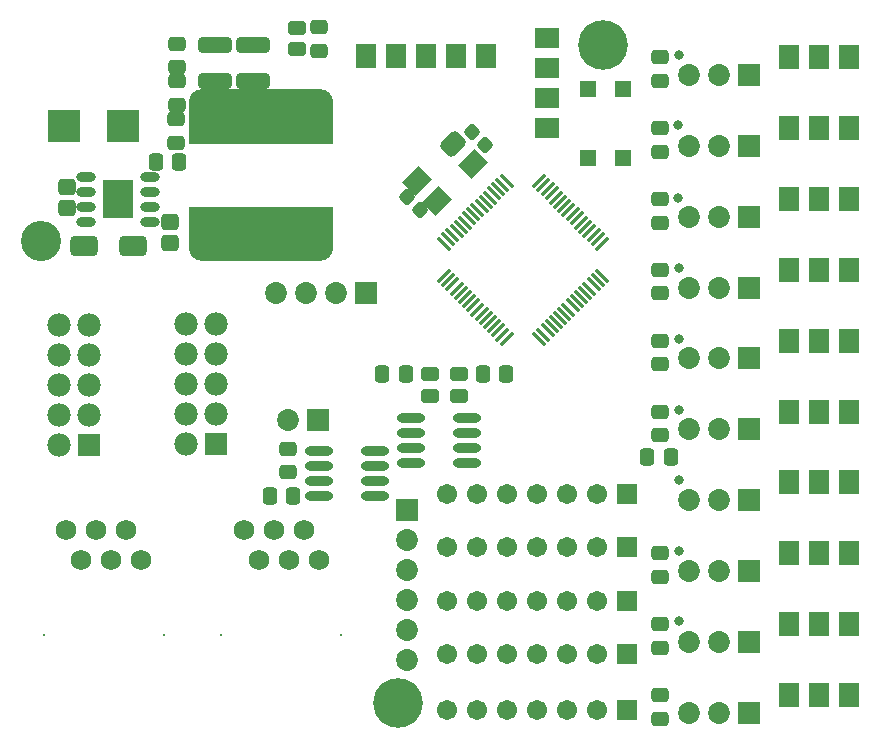
<source format=gts>
G04*
G04 #@! TF.GenerationSoftware,Altium Limited,Altium Designer,21.8.1 (53)*
G04*
G04 Layer_Color=8388736*
%FSLAX25Y25*%
%MOIN*%
G70*
G04*
G04 #@! TF.SameCoordinates,15BDF6F2-E804-41EB-80EB-1D885EA959A2*
G04*
G04*
G04 #@! TF.FilePolarity,Negative*
G04*
G01*
G75*
G04:AMPARAMS|DCode=25|XSize=59.06mil|YSize=11.81mil|CornerRadius=0mil|HoleSize=0mil|Usage=FLASHONLY|Rotation=225.000|XOffset=0mil|YOffset=0mil|HoleType=Round|Shape=Rectangle|*
%AMROTATEDRECTD25*
4,1,4,0.01670,0.02506,0.02506,0.01670,-0.01670,-0.02506,-0.02506,-0.01670,0.01670,0.02506,0.0*
%
%ADD25ROTATEDRECTD25*%

G04:AMPARAMS|DCode=28|XSize=59.06mil|YSize=11.81mil|CornerRadius=0mil|HoleSize=0mil|Usage=FLASHONLY|Rotation=135.000|XOffset=0mil|YOffset=0mil|HoleType=Round|Shape=Rectangle|*
%AMROTATEDRECTD28*
4,1,4,0.02506,-0.01670,0.01670,-0.02506,-0.02506,0.01670,-0.01670,0.02506,0.02506,-0.01670,0.0*
%
%ADD28ROTATEDRECTD28*%

%ADD34R,0.05800X0.05800*%
G04:AMPARAMS|DCode=35|XSize=58mil|YSize=45.4mil|CornerRadius=9.61mil|HoleSize=0mil|Usage=FLASHONLY|Rotation=180.000|XOffset=0mil|YOffset=0mil|HoleType=Round|Shape=RoundedRectangle|*
%AMROUNDEDRECTD35*
21,1,0.05800,0.02618,0,0,180.0*
21,1,0.03878,0.04540,0,0,180.0*
1,1,0.01922,-0.01939,0.01309*
1,1,0.01922,0.01939,0.01309*
1,1,0.01922,0.01939,-0.01309*
1,1,0.01922,-0.01939,-0.01309*
%
%ADD35ROUNDEDRECTD35*%
G04:AMPARAMS|DCode=36|XSize=114.3mil|YSize=53.28mil|CornerRadius=15.32mil|HoleSize=0mil|Usage=FLASHONLY|Rotation=0.000|XOffset=0mil|YOffset=0mil|HoleType=Round|Shape=RoundedRectangle|*
%AMROUNDEDRECTD36*
21,1,0.11430,0.02264,0,0,0.0*
21,1,0.08366,0.05328,0,0,0.0*
1,1,0.03064,0.04183,-0.01132*
1,1,0.03064,-0.04183,-0.01132*
1,1,0.03064,-0.04183,0.01132*
1,1,0.03064,0.04183,0.01132*
%
%ADD36ROUNDEDRECTD36*%
G04:AMPARAMS|DCode=37|XSize=58mil|YSize=45.4mil|CornerRadius=9.61mil|HoleSize=0mil|Usage=FLASHONLY|Rotation=270.000|XOffset=0mil|YOffset=0mil|HoleType=Round|Shape=RoundedRectangle|*
%AMROUNDEDRECTD37*
21,1,0.05800,0.02618,0,0,270.0*
21,1,0.03878,0.04540,0,0,270.0*
1,1,0.01922,-0.01309,-0.01939*
1,1,0.01922,-0.01309,0.01939*
1,1,0.01922,0.01309,0.01939*
1,1,0.01922,0.01309,-0.01939*
%
%ADD37ROUNDEDRECTD37*%
G04:AMPARAMS|DCode=38|XSize=43.43mil|YSize=43.43mil|CornerRadius=9.32mil|HoleSize=0mil|Usage=FLASHONLY|Rotation=225.000|XOffset=0mil|YOffset=0mil|HoleType=Round|Shape=RoundedRectangle|*
%AMROUNDEDRECTD38*
21,1,0.04343,0.02480,0,0,225.0*
21,1,0.02480,0.04343,0,0,225.0*
1,1,0.01863,-0.01754,0.00000*
1,1,0.01863,0.00000,0.01754*
1,1,0.01863,0.01754,0.00000*
1,1,0.01863,0.00000,-0.01754*
%
%ADD38ROUNDEDRECTD38*%
G04:AMPARAMS|DCode=39|XSize=78.87mil|YSize=63.12mil|CornerRadius=0mil|HoleSize=0mil|Usage=FLASHONLY|Rotation=225.000|XOffset=0mil|YOffset=0mil|HoleType=Round|Shape=Rectangle|*
%AMROTATEDRECTD39*
4,1,4,0.00557,0.05020,0.05020,0.00557,-0.00557,-0.05020,-0.05020,-0.00557,0.00557,0.05020,0.0*
%
%ADD39ROTATEDRECTD39*%

G04:AMPARAMS|DCode=40|XSize=63.12mil|YSize=47.37mil|CornerRadius=13.84mil|HoleSize=0mil|Usage=FLASHONLY|Rotation=0.000|XOffset=0mil|YOffset=0mil|HoleType=Round|Shape=RoundedRectangle|*
%AMROUNDEDRECTD40*
21,1,0.06312,0.01968,0,0,0.0*
21,1,0.03543,0.04737,0,0,0.0*
1,1,0.02769,0.01772,-0.00984*
1,1,0.02769,-0.01772,-0.00984*
1,1,0.02769,-0.01772,0.00984*
1,1,0.02769,0.01772,0.00984*
%
%ADD40ROUNDEDRECTD40*%
G04:AMPARAMS|DCode=41|XSize=58mil|YSize=53.28mil|CornerRadius=10.79mil|HoleSize=0mil|Usage=FLASHONLY|Rotation=0.000|XOffset=0mil|YOffset=0mil|HoleType=Round|Shape=RoundedRectangle|*
%AMROUNDEDRECTD41*
21,1,0.05800,0.03169,0,0,0.0*
21,1,0.03642,0.05328,0,0,0.0*
1,1,0.02158,0.01821,-0.01585*
1,1,0.02158,-0.01821,-0.01585*
1,1,0.02158,-0.01821,0.01585*
1,1,0.02158,0.01821,0.01585*
%
%ADD41ROUNDEDRECTD41*%
%ADD42O,0.06509X0.03162*%
%ADD43O,0.09461X0.03162*%
G04:AMPARAMS|DCode=44|XSize=94.61mil|YSize=69.02mil|CornerRadius=19.26mil|HoleSize=0mil|Usage=FLASHONLY|Rotation=0.000|XOffset=0mil|YOffset=0mil|HoleType=Round|Shape=RoundedRectangle|*
%AMROUNDEDRECTD44*
21,1,0.09461,0.03051,0,0,0.0*
21,1,0.05610,0.06902,0,0,0.0*
1,1,0.03851,0.02805,-0.01526*
1,1,0.03851,-0.02805,-0.01526*
1,1,0.03851,-0.02805,0.01526*
1,1,0.03851,0.02805,0.01526*
%
%ADD44ROUNDEDRECTD44*%
%ADD45R,0.48044X0.08300*%
G04:AMPARAMS|DCode=46|XSize=480.44mil|YSize=165.48mil|CornerRadius=43.37mil|HoleSize=0mil|Usage=FLASHONLY|Rotation=180.000|XOffset=0mil|YOffset=0mil|HoleType=Round|Shape=RoundedRectangle|*
%AMROUNDEDRECTD46*
21,1,0.48044,0.07874,0,0,180.0*
21,1,0.39370,0.16548,0,0,180.0*
1,1,0.08674,-0.19685,0.03937*
1,1,0.08674,0.19685,0.03937*
1,1,0.08674,0.19685,-0.03937*
1,1,0.08674,-0.19685,-0.03937*
%
%ADD46ROUNDEDRECTD46*%
G04:AMPARAMS|DCode=47|XSize=78.87mil|YSize=63.12mil|CornerRadius=17.78mil|HoleSize=0mil|Usage=FLASHONLY|Rotation=225.000|XOffset=0mil|YOffset=0mil|HoleType=Round|Shape=RoundedRectangle|*
%AMROUNDEDRECTD47*
21,1,0.07887,0.02756,0,0,225.0*
21,1,0.04331,0.06312,0,0,225.0*
1,1,0.03556,-0.02506,-0.00557*
1,1,0.03556,0.00557,0.02506*
1,1,0.03556,0.02506,0.00557*
1,1,0.03556,-0.00557,-0.02506*
%
%ADD47ROUNDEDRECTD47*%
%ADD48C,0.06706*%
%ADD49R,0.06706X0.06706*%
%ADD50C,0.07800*%
%ADD51R,0.07800X0.07800*%
%ADD52C,0.13398*%
%ADD53R,0.06706X0.07887*%
%ADD54C,0.07300*%
%ADD55R,0.07887X0.06706*%
%ADD56R,0.10800X0.10800*%
%ADD57R,0.10249X0.13005*%
%ADD58C,0.06800*%
%ADD59R,0.07300X0.07300*%
%ADD60C,0.16548*%
%ADD61R,0.07300X0.07300*%
%ADD62C,0.00800*%
%ADD63C,0.03162*%
%ADD64C,0.05800*%
D25*
X432101Y280737D02*
D03*
X439061Y273778D02*
D03*
X400365Y249001D02*
D03*
X430709Y282130D02*
D03*
X440453Y272386D02*
D03*
X401757Y247609D02*
D03*
X411501Y237865D02*
D03*
X410108Y239258D02*
D03*
X408717Y240649D02*
D03*
X407325Y242041D02*
D03*
X405933Y243433D02*
D03*
X404541Y244825D02*
D03*
X403149Y246217D02*
D03*
X398973Y250393D02*
D03*
X397581Y251785D02*
D03*
X396189Y253177D02*
D03*
X394797Y254569D02*
D03*
X393405Y255961D02*
D03*
X392014Y257352D02*
D03*
X390621Y258745D02*
D03*
X422358Y290481D02*
D03*
X423750Y289089D02*
D03*
X425141Y287697D02*
D03*
X426534Y286305D02*
D03*
X427925Y284913D02*
D03*
X429318Y283521D02*
D03*
X433493Y279346D02*
D03*
X434885Y277953D02*
D03*
X436277Y276562D02*
D03*
X437669Y275169D02*
D03*
X441845Y270994D02*
D03*
X443237Y269602D02*
D03*
D28*
X433493Y249001D02*
D03*
X400365Y279346D02*
D03*
X408717Y287697D02*
D03*
X404541Y283521D02*
D03*
X434885Y250393D02*
D03*
X422358Y237865D02*
D03*
X390621Y269602D02*
D03*
X392014Y270994D02*
D03*
X393405Y272386D02*
D03*
X394797Y273778D02*
D03*
X396189Y275169D02*
D03*
X397581Y276562D02*
D03*
X398973Y277953D02*
D03*
X401757Y280737D02*
D03*
X403149Y282130D02*
D03*
X405933Y284913D02*
D03*
X407325Y286305D02*
D03*
X410108Y289089D02*
D03*
X411501Y290481D02*
D03*
X443237Y258745D02*
D03*
X441845Y257352D02*
D03*
X440453Y255961D02*
D03*
X439061Y254569D02*
D03*
X437669Y253177D02*
D03*
X436277Y251785D02*
D03*
X432101Y247609D02*
D03*
X430709Y246217D02*
D03*
X429318Y244825D02*
D03*
X427925Y243433D02*
D03*
X426534Y242041D02*
D03*
X425141Y240649D02*
D03*
X423750Y239258D02*
D03*
D34*
X450295Y321047D02*
D03*
X438484D02*
D03*
X450295Y298047D02*
D03*
X438484D02*
D03*
D35*
X338583Y201181D02*
D03*
Y193307D02*
D03*
X462598Y300197D02*
D03*
Y323819D02*
D03*
Y252953D02*
D03*
Y276575D02*
D03*
Y111221D02*
D03*
Y158465D02*
D03*
Y134843D02*
D03*
Y205709D02*
D03*
Y229331D02*
D03*
X301575Y336221D02*
D03*
X348819Y341732D02*
D03*
X301575Y328346D02*
D03*
Y323622D02*
D03*
Y315748D02*
D03*
X301378Y311024D02*
D03*
Y303150D02*
D03*
X348819Y333858D02*
D03*
X462598Y119095D02*
D03*
Y142717D02*
D03*
Y166339D02*
D03*
Y213583D02*
D03*
Y237205D02*
D03*
Y260827D02*
D03*
Y284449D02*
D03*
Y308071D02*
D03*
Y331693D02*
D03*
D36*
X326783Y323915D02*
D03*
Y335726D02*
D03*
X314185D02*
D03*
Y323915D02*
D03*
D37*
X466142Y198425D02*
D03*
X332480Y185433D02*
D03*
X411417Y225984D02*
D03*
X370079D02*
D03*
X458268Y198425D02*
D03*
X403543Y225984D02*
D03*
X377953D02*
D03*
X340354Y185433D02*
D03*
X302362Y296850D02*
D03*
X294488D02*
D03*
D38*
X404253Y302440D02*
D03*
X378424Y284962D02*
D03*
X400077Y306615D02*
D03*
X382600Y280786D02*
D03*
D39*
X400410Y296091D02*
D03*
X381480Y290523D02*
D03*
X388161Y283842D02*
D03*
D40*
X341634Y341437D02*
D03*
Y334350D02*
D03*
X395669Y225984D02*
D03*
Y218898D02*
D03*
X385827Y225984D02*
D03*
Y218898D02*
D03*
D41*
X264862Y288386D02*
D03*
X299213Y269685D02*
D03*
Y276772D02*
D03*
X264862Y281299D02*
D03*
D42*
X271260Y286929D02*
D03*
X292717Y276929D02*
D03*
Y281929D02*
D03*
Y286929D02*
D03*
Y291929D02*
D03*
X271260Y276929D02*
D03*
Y281929D02*
D03*
Y291929D02*
D03*
D43*
X379464Y211597D02*
D03*
X398361D02*
D03*
X367751Y190376D02*
D03*
X379464Y196597D02*
D03*
X367751Y195376D02*
D03*
X379464Y206597D02*
D03*
Y201597D02*
D03*
X398361Y206597D02*
D03*
Y201597D02*
D03*
Y196597D02*
D03*
X348853Y200376D02*
D03*
Y195376D02*
D03*
Y190376D02*
D03*
Y185376D02*
D03*
X367751Y200376D02*
D03*
Y185376D02*
D03*
D44*
X286811Y268898D02*
D03*
X270669D02*
D03*
D45*
X329453Y277923D02*
D03*
Y306723D02*
D03*
D46*
Y312823D02*
D03*
Y272123D02*
D03*
D47*
X393729Y302772D02*
D03*
D48*
X431732Y186024D02*
D03*
X421732D02*
D03*
X411732D02*
D03*
X401732D02*
D03*
X391732D02*
D03*
X441732D02*
D03*
Y114173D02*
D03*
Y150591D02*
D03*
Y132874D02*
D03*
Y168307D02*
D03*
X391732D02*
D03*
X401732D02*
D03*
X411732D02*
D03*
X421732D02*
D03*
X431732D02*
D03*
X391732Y150591D02*
D03*
X401732D02*
D03*
X411732D02*
D03*
X421732D02*
D03*
X431732D02*
D03*
X391732Y114173D02*
D03*
X401732D02*
D03*
X411732D02*
D03*
X421732D02*
D03*
X431732D02*
D03*
X391732Y132874D02*
D03*
X401732D02*
D03*
X411732D02*
D03*
X421732D02*
D03*
X431732D02*
D03*
D49*
X451732Y186024D02*
D03*
Y168307D02*
D03*
Y150591D02*
D03*
Y114173D02*
D03*
Y132874D02*
D03*
D50*
X272441Y242323D02*
D03*
X262441Y222323D02*
D03*
X272441D02*
D03*
X262441Y212323D02*
D03*
X272441D02*
D03*
X262441Y202323D02*
D03*
X272441Y232323D02*
D03*
X262441D02*
D03*
Y242323D02*
D03*
X304724Y242756D02*
D03*
Y232756D02*
D03*
X314724D02*
D03*
X304724Y202756D02*
D03*
X314724Y212756D02*
D03*
X304724D02*
D03*
X314724Y222756D02*
D03*
X304724D02*
D03*
X314724Y242756D02*
D03*
D51*
X272441Y202323D02*
D03*
X314724Y202756D02*
D03*
D52*
X256299Y270472D02*
D03*
D53*
X525748Y331693D02*
D03*
Y308071D02*
D03*
Y260827D02*
D03*
X525591Y284449D02*
D03*
X525748Y189961D02*
D03*
Y166339D02*
D03*
Y213583D02*
D03*
Y237205D02*
D03*
Y119095D02*
D03*
Y142717D02*
D03*
X384606Y332087D02*
D03*
X394606D02*
D03*
X374606D02*
D03*
X404606D02*
D03*
X364606D02*
D03*
X505748Y142717D02*
D03*
X515748D02*
D03*
X505748Y166339D02*
D03*
X515748D02*
D03*
X505748Y189961D02*
D03*
X515748D02*
D03*
X505748Y213583D02*
D03*
X515748D02*
D03*
X505748Y237205D02*
D03*
X515748D02*
D03*
X505748Y260827D02*
D03*
X515748D02*
D03*
X505590Y284449D02*
D03*
X515590D02*
D03*
X505748Y308071D02*
D03*
X515748D02*
D03*
X505748Y331693D02*
D03*
X515748D02*
D03*
X505748Y119095D02*
D03*
X515748D02*
D03*
D54*
X334528Y252953D02*
D03*
X378346Y130709D02*
D03*
X482283Y113189D02*
D03*
X472283D02*
D03*
X472441Y136811D02*
D03*
X482441D02*
D03*
X344528Y252953D02*
D03*
X354528D02*
D03*
X378346Y140709D02*
D03*
X378346Y160709D02*
D03*
Y170709D02*
D03*
Y150709D02*
D03*
X482441Y160433D02*
D03*
X472441D02*
D03*
X482283Y184055D02*
D03*
X472284D02*
D03*
X482441Y207677D02*
D03*
X472441D02*
D03*
X482283Y231299D02*
D03*
X472283D02*
D03*
X482441Y254921D02*
D03*
X472441D02*
D03*
X482283Y278543D02*
D03*
X472284D02*
D03*
X482283Y302165D02*
D03*
X472283D02*
D03*
X482441Y325787D02*
D03*
X472441D02*
D03*
X338583Y210630D02*
D03*
D55*
X424803Y318248D02*
D03*
Y338248D02*
D03*
Y328248D02*
D03*
Y308248D02*
D03*
D56*
X283579Y308661D02*
D03*
X263779D02*
D03*
D57*
X281988Y284429D02*
D03*
D58*
X343779Y173976D02*
D03*
X284724D02*
D03*
X269724Y163976D02*
D03*
X328780D02*
D03*
X348780D02*
D03*
X338779D02*
D03*
X333780Y173976D02*
D03*
X323780D02*
D03*
X289724Y163976D02*
D03*
X279724D02*
D03*
X274724Y173976D02*
D03*
X264724D02*
D03*
D59*
X364528Y252953D02*
D03*
X492283Y113189D02*
D03*
X492441Y136811D02*
D03*
Y160433D02*
D03*
X492283Y184055D02*
D03*
X492441Y207677D02*
D03*
X492283Y231299D02*
D03*
X492441Y254921D02*
D03*
X492283Y278543D02*
D03*
X492283Y302165D02*
D03*
X492441Y325787D02*
D03*
X348583Y210630D02*
D03*
D60*
X443701Y335728D02*
D03*
X375197Y116535D02*
D03*
D61*
X378346Y180709D02*
D03*
D62*
X356299Y138976D02*
D03*
X316299D02*
D03*
X297244D02*
D03*
X257244D02*
D03*
D63*
X468898Y143701D02*
D03*
X468785Y167111D02*
D03*
X468898Y190650D02*
D03*
Y214272D02*
D03*
Y237795D02*
D03*
Y261516D02*
D03*
Y332579D02*
D03*
X468701Y309154D02*
D03*
X468672Y284813D02*
D03*
D64*
X281988Y286929D02*
D03*
Y281929D02*
D03*
M02*

</source>
